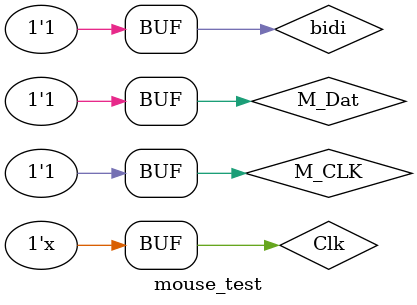
<source format=v>
`timescale 1ns / 1ps


module mouse_test;

	// Inputs
	reg Clk;
	reg M_CLK;
	reg bidi;

	// Outputs
	wire Click;
	wire Izquierda;
	wire Derecha;
	wire Arriba;
	wire Abajo;
	wire [7:0] MagX;
	wire [7:0] MagY;
	wire [31:0] c;/////

	// Bidirs
	wire M_Dat;

	// Instantiate the Unit Under Test (UUT)
	controlMouse uut (
		.Clk(Clk), 
		.M_CLK(M_CLK), 
		.M_Dat(M_Dat), 
		.Click(Click), 
		.Izquierda(Izquierda), 
		.Derecha(Derecha), 
		.Arriba(Arriba), 
		.Abajo(Abajo), 
		.MagX(MagX), 
		.MagY(MagY),
		.c(c)
	);

	initial begin
		// Initialize Inputs
		Clk = 0;
		M_CLK = 1;
      bidi = 1'bZ;
		// Wait 100 ns for global reset to finish
		#1; M_CLK = 1;
		#1;
		#1; M_CLK = 0;
		#1; M_CLK = 1; 
		#1; M_CLK = 0;
		#1; M_CLK = 1;
		#1; M_CLK = 0;
		#1; M_CLK = 1;
		#1; M_CLK = 0;
		#1; M_CLK = 1;
		#1; M_CLK = 0;
		#1; M_CLK = 1; 
		#1; M_CLK = 0;
		#1; M_CLK = 1;
		#1; M_CLK = 0;
		#1; M_CLK = 1;
		#1; M_CLK = 0;
		#1; M_CLK = 1;
		#1; M_CLK = 0;
		#1; M_CLK = 1;
		#1; M_CLK = 0;
		#1; M_CLK = 1;
		#1; M_CLK = 0;
		#1; M_CLK = 1;
		#1; M_CLK = 0;
		#1; M_CLK = 1;
		#1; M_CLK = 0;
		#1; M_CLK = 1;
		#1; M_CLK = 0;
		#1; M_CLK = 1;
		#1; M_CLK = 0;
		#1; M_CLK = 1;
		#100;
        
		// Add stimulus here
      M_CLK = 1; bidi = 1;		
		#10; M_CLK = 0; bidi = 0;
		#10; M_CLK = 1; bidi = 1;
		#10; M_CLK = 0; bidi = 0;/////0 1
		#1; M_CLK = 1; bidi = 0;
		#1; M_CLK = 0; bidi = 0;/////fijo
		#1; M_CLK = 1; bidi = 0;////
		#1; M_CLK = 0; bidi = 0;
		#1; M_CLK = 1; bidi = 0;
		#1; M_CLK = 0; bidi = 0;
		#1; M_CLK = 1; bidi = 0;
		#1; M_CLK = 0; bidi = 0;
		#1; M_CLK = 1; bidi = 0;
		#1; M_CLK = 0; bidi = 1;//////old 11
		#1; M_CLK = 1; bidi = 1;
		#1; M_CLK = 0; bidi = 1;
		#1; M_CLK = 1; bidi = 1;
		#1; M_CLK = 0; bidi = 0;
		#1; M_CLK = 1; bidi = 0;
		#1; M_CLK = 0; bidi = 0;
		#1; M_CLK = 1; bidi = 0;
		#1; M_CLK = 0; bidi = 0;
		#1; M_CLK = 1; bidi = 0;
		#1; M_CLK = 0; bidi = 1;//////1 11
		#1; M_CLK = 1; bidi = 1;//////1 11
		#1; M_CLK = 0; bidi = 0;//////0
		#1; M_CLK = 1; bidi = 0;
		#1; M_CLK = 0; bidi = 0;
		#1; M_CLK = 1; bidi = 0;
		#1; M_CLK = 0; bidi = 0;
		#1; M_CLK = 1; bidi = 0;
		#1; M_CLK = 0; bidi = 0;
		#1; M_CLK = 1; bidi = 0;
		#1; M_CLK = 0; bidi = 0;
		#1; M_CLK = 1; bidi = 0;
		#1; M_CLK = 0; bidi = 0;//////old 33
		#1; M_CLK = 1; bidi = 0;
		#1; M_CLK = 0; bidi = 0;
		#1; M_CLK = 1; bidi = 0;
		#1; M_CLK = 0; bidi = 0;
		#1; M_CLK = 1; bidi = 0;
		#1; M_CLK = 0; bidi = 0;
		#1; M_CLK = 1; bidi = 0;
		#1; M_CLK = 0; bidi = 0;
		#1; M_CLK = 1; bidi = 0;
		#1; M_CLK = 0; bidi = 1;//////1 22
		#1; M_CLK = 1; bidi = 1;//////1 22
		#1; M_CLK = 0; bidi = 0;
		#1; M_CLK = 1; bidi = 0;
		#1; M_CLK = 0; bidi = 0;
		#1; M_CLK = 1; bidi = 0;
		#1; M_CLK = 0; bidi = 0;
		#1; M_CLK = 1; bidi = 0;
		#1; M_CLK = 0; bidi = 0;
		#1; M_CLK = 1; bidi = 0;
		#1; M_CLK = 0; bidi = 0;
		#1; M_CLK = 1; bidi = 0;
		#1; M_CLK = 0; bidi = 0;
		#1; M_CLK = 1; bidi = 0;
		#1; M_CLK = 0; bidi = 0;
		#1; M_CLK = 1; bidi = 0;
		#1; M_CLK = 0; bidi = 0;
		#1; M_CLK = 1; bidi = 0;
		#1; M_CLK = 0; bidi = 0;
		#1; M_CLK = 1; bidi = 0;
		#1; M_CLK = 0; bidi = 0;//////1 32
		#1; M_CLK = 1; bidi = 0;//////1 32
		#1; M_CLK = 0; bidi = 1;
		#1; M_CLK = 1; bidi = 1;//////1 33                      
			
		
		
		
		#100; M_CLK = 0; bidi = 0;/////0 1
		#1; M_CLK = 1; bidi = 0;
		#1; M_CLK = 0; bidi = 1;/////fijo
		#1; M_CLK = 1; bidi = 1;////
		#1; M_CLK = 0; bidi = 0;
		#1; M_CLK = 1; bidi = 0;
		#1; M_CLK = 0; bidi = 1;
		#1; M_CLK = 1; bidi = 1;
		#1; M_CLK = 0; bidi = 1;
		#1; M_CLK = 1; bidi = 1;
		#1; M_CLK = 0; bidi = 1;//////old 11
		#1; M_CLK = 1; bidi = 1;
		#1; M_CLK = 0; bidi = 1; 
		#1; M_CLK = 1; bidi = 1;
		#1; M_CLK = 0; bidi = 1;
		#1; M_CLK = 1; bidi = 1;
		#1; M_CLK = 0; bidi = 0;
		#1; M_CLK = 1; bidi = 0;
		#1; M_CLK = 0; bidi = 0;
		#1; M_CLK = 1; bidi = 0;
		#1; M_CLK = 0; bidi = 1;//////1 11
		#1; M_CLK = 1; bidi = 1;//////1 11
		#1; M_CLK = 0; bidi = 0;//////0
		#1; M_CLK = 1; bidi = 0;
		#1; M_CLK = 0; bidi = 1;
		#1; M_CLK = 1; bidi = 1;
		#1; M_CLK = 0; bidi = 1;
		#1; M_CLK = 1; bidi = 1;
		#1; M_CLK = 0; bidi = 1;
		#1; M_CLK = 1; bidi = 1;
		#1; M_CLK = 0; bidi = 0;
		#1; M_CLK = 1; bidi = 0;
		#1; M_CLK = 0; bidi = 0;//////old 33
		#1; M_CLK = 1; bidi = 0;
		#1; M_CLK = 0; bidi = 0;
		#1; M_CLK = 1; bidi = 0;
		#1; M_CLK = 0; bidi = 0;
		#1; M_CLK = 1; bidi = 0;
		#1; M_CLK = 0; bidi = 0;
		#1; M_CLK = 1; bidi = 0;
		#1; M_CLK = 0; bidi = 0;//////1 21
		#1; M_CLK = 1; bidi = 0;//////1 21
		#1; M_CLK = 0; bidi = 1;
		#1; M_CLK = 1; bidi = 1;
		#1; M_CLK = 0; bidi = 0;
		#1; M_CLK = 1; bidi = 0;
		#1; M_CLK = 0; bidi = 0;
		#1; M_CLK = 1; bidi = 0;
		#1; M_CLK = 0; bidi = 0;
		#1; M_CLK = 1; bidi = 0;
		#1; M_CLK = 0; bidi = 0;
		#1; M_CLK = 1; bidi = 0;
		#1; M_CLK = 0; bidi = 0;
		#1; M_CLK = 1; bidi = 0;
		#1; M_CLK = 0; bidi = 0;
		#1; M_CLK = 1; bidi = 0;
		#1; M_CLK = 0; bidi = 0;
		#1; M_CLK = 1; bidi = 0;
		#1; M_CLK = 0; bidi = 0;
		#1; M_CLK = 1; bidi = 0;
		#1; M_CLK = 0; bidi = 0;
		#1; M_CLK = 1; bidi = 0;
		#1; M_CLK = 0; bidi = 0;//////1 32
		#1; M_CLK = 1; bidi = 0;//////1 32
		#1; M_CLK = 0; bidi = 0;
		#1; M_CLK = 1; bidi = 1;//////1 33                      
									 
	   #1; M_CLK = 0; bidi = 1;//////0 34
      #1; M_CLK = 1;
	end
   assign  M_Dat = bidi; 

always
begin
#1 Clk <= ~Clk;
end 
	
      
endmodule


</source>
